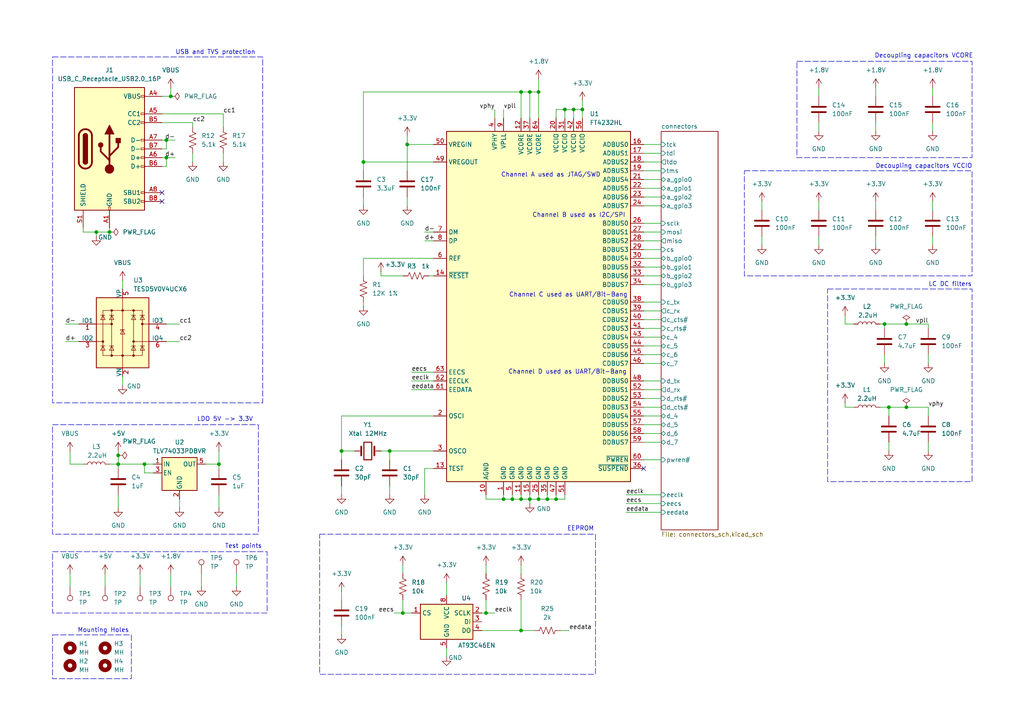
<source format=kicad_sch>
(kicad_sch (version 20250114) (generator "eeschema") (generator_version "9.0")
  (paper "A4")
  (rectangle (start 15.24 160.02) (end 77.47 177.8) (stroke (width 0) (type dash)))
  (rectangle (start 15.24 123.19) (end 74.93 154.94) (stroke (width 0) (type dash)))
  (rectangle (start 240.03 83.82) (end 281.94 139.7) (stroke (width 0) (type dash)))
  (rectangle (start 15.24 16.51) (end 76.2 116.84) (stroke (width 0) (type dash)))
  (rectangle (start 92.71 154.94) (end 172.72 195.58) (stroke (width 0) (type dash)))
  (rectangle (start 215.9 49.53) (end 281.94 80.01) (stroke (width 0) (type dash)))
  (rectangle (start 231.14 17.78) (end 281.94 45.72) (stroke (width 0) (type dash)))
  (rectangle (start 15.24 184.15) (end 38.1 196.85) (stroke (width 0) (type dash)))
  (text "Channel C used as UART/Bit-Bang" (at 164.846 85.598 0) (effects (font (size 1.27 1.27))))
  (text "LDO 5V -> 3.3V" (at 65.278 121.666 0) (effects (font (size 1.27 1.27))))
  (text "Mounting Holes" (at 29.972 182.88 0) (effects (font (size 1.27 1.27))))
  (text "Channel D used as UART/Bit-Bang" (at 164.592 107.95 0) (effects (font (size 1.27 1.27))))
  (text "Decoupling capacitors VCORE" (at 267.97 16.256 0) (effects (font (size 1.27 1.27))))
  (text "Test points" (at 70.612 158.496 0) (effects (font (size 1.27 1.27))))
  (text "Channel A used as JTAG/SWD" (at 159.766 50.8 0) (effects (font (size 1.27 1.27))))
  (text "EEPROM" (at 168.402 153.416 0) (effects (font (size 1.27 1.27))))
  (text "LC DC filters" (at 275.59 82.55 0) (effects (font (size 1.27 1.27))))
  (text "Decoupling capacitors VCCIO" (at 267.97 48.26 0) (effects (font (size 1.27 1.27))))
  (text "USB and TVS protection\n" (at 62.484 15.24 0) (effects (font (size 1.27 1.27))))
  (text "Channel B used as I2C/SPI" (at 167.894 62.484 0) (effects (font (size 1.27 1.27))))
  (junction (at 116.84 177.8))
  (junction (at 257.81 118.11))
  (junction (at 148.59 144.78))
  (junction (at 158.75 144.78))
  (junction (at 41.91 134.62))
  (junction (at 151.13 182.88))
  (junction (at 118.11 41.91))
  (junction (at 168.91 31.75))
  (junction (at 105.41 46.99))
  (junction (at 49.53 27.94))
  (junction (at 146.05 144.78))
  (junction (at 99.06 130.81))
  (junction (at 163.83 31.75))
  (junction (at 256.54 93.98))
  (junction (at 166.37 31.75))
  (junction (at 262.89 118.11))
  (junction (at 153.67 26.67))
  (junction (at 156.21 144.78))
  (junction (at 34.29 132.08))
  (junction (at 161.29 144.78))
  (junction (at 34.29 134.62))
  (junction (at 151.13 144.78))
  (junction (at 48.26 40.64))
  (junction (at 113.03 130.81))
  (junction (at 151.13 26.67))
  (junction (at 31.75 67.31))
  (junction (at 262.89 93.98))
  (junction (at 156.21 26.67))
  (junction (at 63.5 134.62))
  (junction (at 27.94 67.31))
  (junction (at 153.67 144.78))
  (junction (at 48.26 45.72))
  (junction (at 140.97 177.8))
  (no_connect (at 46.99 58.42))
  (no_connect (at 46.99 55.88))
  (no_connect (at 186.69 135.89))
  (wire (pts (xy 55.88 35.56) (xy 55.88 36.83)))
  (wire (pts (xy 139.7 177.8) (xy 140.97 177.8)))
  (wire (pts (xy 186.69 113.03) (xy 191.77 113.03)))
  (wire (pts (xy 153.67 26.67) (xy 153.67 34.29)))
  (wire (pts (xy 129.54 168.91) (xy 129.54 172.72)))
  (wire (pts (xy 34.29 143.51) (xy 34.29 147.32)))
  (wire (pts (xy 114.3 177.8) (xy 116.84 177.8)))
  (wire (pts (xy 257.81 128.27) (xy 257.81 130.81)))
  (wire (pts (xy 105.41 26.67) (xy 105.41 46.99)))
  (wire (pts (xy 27.94 67.31) (xy 27.94 68.58)))
  (wire (pts (xy 148.59 143.51) (xy 148.59 144.78)))
  (wire (pts (xy 163.83 144.78) (xy 161.29 144.78)))
  (wire (pts (xy 186.69 100.33) (xy 191.77 100.33)))
  (wire (pts (xy 116.84 177.8) (xy 116.84 173.99)))
  (wire (pts (xy 34.29 134.62) (xy 34.29 135.89)))
  (wire (pts (xy 48.26 45.72) (xy 48.26 48.26)))
  (wire (pts (xy 113.03 140.97) (xy 113.03 143.51)))
  (wire (pts (xy 146.05 144.78) (xy 146.05 143.51)))
  (wire (pts (xy 46.99 33.02) (xy 64.77 33.02)))
  (wire (pts (xy 44.45 134.62) (xy 41.91 134.62)))
  (wire (pts (xy 237.49 25.4) (xy 237.49 27.94)))
  (wire (pts (xy 186.69 87.63) (xy 191.77 87.63)))
  (wire (pts (xy 186.69 54.61) (xy 191.77 54.61)))
  (wire (pts (xy 140.97 177.8) (xy 140.97 173.99)))
  (wire (pts (xy 186.69 44.45) (xy 191.77 44.45)))
  (wire (pts (xy 105.41 74.93) (xy 105.41 80.01)))
  (wire (pts (xy 186.69 110.49) (xy 191.77 110.49)))
  (wire (pts (xy 118.11 57.15) (xy 118.11 59.69)))
  (wire (pts (xy 99.06 140.97) (xy 99.06 143.51)))
  (wire (pts (xy 186.69 97.79) (xy 191.77 97.79)))
  (wire (pts (xy 270.51 58.42) (xy 270.51 60.96)))
  (wire (pts (xy 99.06 130.81) (xy 102.87 130.81)))
  (wire (pts (xy 270.51 35.56) (xy 270.51 38.1)))
  (wire (pts (xy 256.54 102.87) (xy 256.54 105.41)))
  (wire (pts (xy 30.48 166.37) (xy 30.48 170.18)))
  (wire (pts (xy 186.69 57.15) (xy 191.77 57.15)))
  (wire (pts (xy 49.53 166.37) (xy 49.53 170.18)))
  (wire (pts (xy 254 35.56) (xy 254 38.1)))
  (wire (pts (xy 105.41 46.99) (xy 125.73 46.99)))
  (wire (pts (xy 237.49 35.56) (xy 237.49 38.1)))
  (wire (pts (xy 156.21 143.51) (xy 156.21 144.78)))
  (wire (pts (xy 125.73 120.65) (xy 99.06 120.65)))
  (wire (pts (xy 186.69 52.07) (xy 191.77 52.07)))
  (wire (pts (xy 186.69 72.39) (xy 191.77 72.39)))
  (wire (pts (xy 186.69 77.47) (xy 191.77 77.47)))
  (wire (pts (xy 140.97 163.83) (xy 140.97 166.37)))
  (wire (pts (xy 186.69 41.91) (xy 191.77 41.91)))
  (wire (pts (xy 123.19 135.89) (xy 123.19 143.51)))
  (wire (pts (xy 48.26 40.64) (xy 50.8 40.64)))
  (wire (pts (xy 63.5 143.51) (xy 63.5 147.32)))
  (wire (pts (xy 48.26 45.72) (xy 50.8 45.72)))
  (wire (pts (xy 20.32 134.62) (xy 24.13 134.62)))
  (wire (pts (xy 181.61 146.05) (xy 191.77 146.05)))
  (wire (pts (xy 41.91 137.16) (xy 44.45 137.16)))
  (wire (pts (xy 148.59 144.78) (xy 146.05 144.78)))
  (wire (pts (xy 34.29 132.08) (xy 34.29 134.62)))
  (wire (pts (xy 247.65 118.11) (xy 245.11 118.11)))
  (wire (pts (xy 237.49 68.58) (xy 237.49 71.12)))
  (wire (pts (xy 186.69 69.85) (xy 191.77 69.85)))
  (wire (pts (xy 186.69 123.19) (xy 191.77 123.19)))
  (wire (pts (xy 151.13 26.67) (xy 153.67 26.67)))
  (wire (pts (xy 116.84 163.83) (xy 116.84 166.37)))
  (wire (pts (xy 19.05 93.98) (xy 22.86 93.98)))
  (wire (pts (xy 68.58 166.37) (xy 68.58 170.18)))
  (wire (pts (xy 58.42 166.37) (xy 58.42 170.18)))
  (wire (pts (xy 270.51 25.4) (xy 270.51 27.94)))
  (wire (pts (xy 129.54 187.96) (xy 129.54 190.5)))
  (wire (pts (xy 41.91 134.62) (xy 34.29 134.62)))
  (wire (pts (xy 153.67 143.51) (xy 153.67 144.78)))
  (wire (pts (xy 156.21 144.78) (xy 153.67 144.78)))
  (wire (pts (xy 64.77 33.02) (xy 64.77 36.83)))
  (wire (pts (xy 161.29 143.51) (xy 161.29 144.78)))
  (wire (pts (xy 186.69 115.57) (xy 191.77 115.57)))
  (wire (pts (xy 186.69 74.93) (xy 191.77 74.93)))
  (wire (pts (xy 20.32 130.81) (xy 20.32 134.62)))
  (wire (pts (xy 118.11 41.91) (xy 118.11 39.37)))
  (wire (pts (xy 140.97 143.51) (xy 140.97 144.78)))
  (wire (pts (xy 20.32 166.37) (xy 20.32 170.18)))
  (wire (pts (xy 186.69 80.01) (xy 191.77 80.01)))
  (wire (pts (xy 156.21 22.86) (xy 156.21 26.67)))
  (wire (pts (xy 186.69 105.41) (xy 191.77 105.41)))
  (wire (pts (xy 181.61 148.59) (xy 191.77 148.59)))
  (wire (pts (xy 255.27 93.98) (xy 256.54 93.98)))
  (wire (pts (xy 158.75 143.51) (xy 158.75 144.78)))
  (wire (pts (xy 105.41 49.53) (xy 105.41 46.99)))
  (wire (pts (xy 186.69 125.73) (xy 191.77 125.73)))
  (wire (pts (xy 55.88 44.45) (xy 55.88 46.99)))
  (wire (pts (xy 186.69 59.69) (xy 191.77 59.69)))
  (wire (pts (xy 254 58.42) (xy 254 60.96)))
  (wire (pts (xy 63.5 134.62) (xy 63.5 135.89)))
  (wire (pts (xy 156.21 26.67) (xy 156.21 34.29)))
  (wire (pts (xy 46.99 40.64) (xy 48.26 40.64)))
  (wire (pts (xy 158.75 144.78) (xy 156.21 144.78)))
  (wire (pts (xy 125.73 135.89) (xy 123.19 135.89)))
  (wire (pts (xy 245.11 91.44) (xy 245.11 93.98)))
  (wire (pts (xy 168.91 31.75) (xy 168.91 34.29)))
  (wire (pts (xy 125.73 130.81) (xy 113.03 130.81)))
  (wire (pts (xy 256.54 93.98) (xy 262.89 93.98)))
  (wire (pts (xy 220.98 68.58) (xy 220.98 71.12)))
  (wire (pts (xy 161.29 34.29) (xy 161.29 31.75)))
  (wire (pts (xy 254 25.4) (xy 254 27.94)))
  (wire (pts (xy 140.97 177.8) (xy 143.51 177.8)))
  (wire (pts (xy 64.77 44.45) (xy 64.77 46.99)))
  (wire (pts (xy 186.69 120.65) (xy 191.77 120.65)))
  (wire (pts (xy 24.13 66.04) (xy 24.13 67.31)))
  (wire (pts (xy 269.24 128.27) (xy 269.24 130.81)))
  (wire (pts (xy 186.69 95.25) (xy 191.77 95.25)))
  (wire (pts (xy 254 68.58) (xy 254 71.12)))
  (wire (pts (xy 24.13 67.31) (xy 27.94 67.31)))
  (wire (pts (xy 105.41 26.67) (xy 151.13 26.67)))
  (wire (pts (xy 119.38 177.8) (xy 116.84 177.8)))
  (wire (pts (xy 59.69 134.62) (xy 63.5 134.62)))
  (wire (pts (xy 161.29 144.78) (xy 158.75 144.78)))
  (wire (pts (xy 186.69 92.71) (xy 191.77 92.71)))
  (wire (pts (xy 151.13 143.51) (xy 151.13 144.78)))
  (wire (pts (xy 123.19 67.31) (xy 125.73 67.31)))
  (wire (pts (xy 113.03 130.81) (xy 113.03 133.35)))
  (wire (pts (xy 118.11 41.91) (xy 125.73 41.91)))
  (wire (pts (xy 119.38 110.49) (xy 125.73 110.49)))
  (wire (pts (xy 166.37 31.75) (xy 166.37 34.29)))
  (wire (pts (xy 257.81 118.11) (xy 262.89 118.11)))
  (wire (pts (xy 35.56 109.22) (xy 35.56 111.76)))
  (wire (pts (xy 262.89 93.98) (xy 269.24 93.98)))
  (wire (pts (xy 46.99 35.56) (xy 55.88 35.56)))
  (wire (pts (xy 48.26 93.98) (xy 52.07 93.98)))
  (wire (pts (xy 186.69 133.35) (xy 191.77 133.35)))
  (wire (pts (xy 27.94 67.31) (xy 31.75 67.31)))
  (wire (pts (xy 99.06 171.45) (xy 99.06 173.99)))
  (wire (pts (xy 123.19 69.85) (xy 125.73 69.85)))
  (wire (pts (xy 163.83 143.51) (xy 163.83 144.78)))
  (wire (pts (xy 163.83 31.75) (xy 166.37 31.75)))
  (wire (pts (xy 46.99 48.26) (xy 48.26 48.26)))
  (wire (pts (xy 35.56 81.28) (xy 35.56 83.82)))
  (wire (pts (xy 153.67 144.78) (xy 151.13 144.78)))
  (wire (pts (xy 269.24 93.98) (xy 269.24 95.25)))
  (wire (pts (xy 186.69 46.99) (xy 191.77 46.99)))
  (wire (pts (xy 270.51 68.58) (xy 270.51 71.12)))
  (wire (pts (xy 186.69 90.17) (xy 191.77 90.17)))
  (wire (pts (xy 262.89 118.11) (xy 269.24 118.11)))
  (wire (pts (xy 34.29 130.81) (xy 34.29 132.08)))
  (wire (pts (xy 146.05 31.75) (xy 146.05 34.29)))
  (wire (pts (xy 151.13 26.67) (xy 151.13 34.29)))
  (wire (pts (xy 255.27 118.11) (xy 257.81 118.11)))
  (wire (pts (xy 257.81 118.11) (xy 257.81 120.65)))
  (wire (pts (xy 247.65 93.98) (xy 245.11 93.98)))
  (wire (pts (xy 269.24 102.87) (xy 269.24 105.41)))
  (wire (pts (xy 110.49 130.81) (xy 113.03 130.81)))
  (wire (pts (xy 19.05 99.06) (xy 22.86 99.06)))
  (wire (pts (xy 119.38 113.03) (xy 125.73 113.03)))
  (wire (pts (xy 116.84 80.01) (xy 110.49 80.01)))
  (wire (pts (xy 186.69 67.31) (xy 191.77 67.31)))
  (wire (pts (xy 48.26 99.06) (xy 52.07 99.06)))
  (wire (pts (xy 49.53 27.94) (xy 49.53 25.4)))
  (wire (pts (xy 139.7 182.88) (xy 151.13 182.88)))
  (wire (pts (xy 163.83 31.75) (xy 163.83 34.29)))
  (wire (pts (xy 110.49 78.74) (xy 110.49 80.01)))
  (wire (pts (xy 186.69 102.87) (xy 191.77 102.87)))
  (wire (pts (xy 118.11 41.91) (xy 118.11 49.53)))
  (wire (pts (xy 99.06 130.81) (xy 99.06 133.35)))
  (wire (pts (xy 46.99 27.94) (xy 49.53 27.94)))
  (wire (pts (xy 186.69 64.77) (xy 191.77 64.77)))
  (wire (pts (xy 186.69 49.53) (xy 191.77 49.53)))
  (wire (pts (xy 168.91 29.21) (xy 168.91 31.75)))
  (wire (pts (xy 41.91 134.62) (xy 41.91 137.16)))
  (wire (pts (xy 162.56 182.88) (xy 165.1 182.88)))
  (wire (pts (xy 46.99 45.72) (xy 48.26 45.72)))
  (wire (pts (xy 52.07 144.78) (xy 52.07 147.32)))
  (wire (pts (xy 153.67 144.78) (xy 153.67 146.05)))
  (wire (pts (xy 48.26 40.64) (xy 48.26 43.18)))
  (wire (pts (xy 31.75 66.04) (xy 31.75 67.31)))
  (wire (pts (xy 245.11 116.84) (xy 245.11 118.11)))
  (wire (pts (xy 124.46 80.01) (xy 125.73 80.01)))
  (wire (pts (xy 40.64 166.37) (xy 40.64 170.18)))
  (wire (pts (xy 256.54 93.98) (xy 256.54 95.25)))
  (wire (pts (xy 269.24 118.11) (xy 269.24 120.65)))
  (wire (pts (xy 151.13 173.99) (xy 151.13 182.88)))
  (wire (pts (xy 166.37 31.75) (xy 168.91 31.75)))
  (wire (pts (xy 186.69 82.55) (xy 191.77 82.55)))
  (wire (pts (xy 105.41 57.15) (xy 105.41 59.69)))
  (wire (pts (xy 186.69 128.27) (xy 191.77 128.27)))
  (wire (pts (xy 151.13 182.88) (xy 154.94 182.88)))
  (wire (pts (xy 119.38 107.95) (xy 125.73 107.95)))
  (wire (pts (xy 140.97 144.78) (xy 146.05 144.78)))
  (wire (pts (xy 151.13 163.83) (xy 151.13 166.37)))
  (wire (pts (xy 105.41 87.63) (xy 105.41 88.9)))
  (wire (pts (xy 143.51 31.75) (xy 143.51 34.29)))
  (wire (pts (xy 48.26 43.18) (xy 46.99 43.18)))
  (wire (pts (xy 237.49 58.42) (xy 237.49 60.96)))
  (wire (pts (xy 63.5 130.81) (xy 63.5 134.62)))
  (wire (pts (xy 186.69 118.11) (xy 191.77 118.11)))
  (wire (pts (xy 99.06 181.61) (xy 99.06 184.15)))
  (wire (pts (xy 151.13 144.78) (xy 148.59 144.78)))
  (wire (pts (xy 153.67 26.67) (xy 156.21 26.67)))
  (wire (pts (xy 161.29 31.75) (xy 163.83 31.75)))
  (wire (pts (xy 220.98 58.42) (xy 220.98 60.96)))
  (wire (pts (xy 181.61 143.51) (xy 191.77 143.51)))
  (wire (pts (xy 105.41 74.93) (xy 125.73 74.93)))
  (wire (pts (xy 31.75 134.62) (xy 34.29 134.62)))
  (wire (pts (xy 99.06 120.65) (xy 99.06 130.81)))
  (label "cc2" (at 55.88 35.56 0))
  (label "vpll" (at 269.24 93.98 180))
  (label "vphy" (at 269.24 118.11 0))
  (label "d-" (at 19.05 93.98 0))
  (label "cc1" (at 64.77 33.02 0))
  (label "d+" (at 50.8 45.72 180))
  (label "d-" (at 50.8 40.64 180))
  (label "eedata" (at 119.38 113.03 0))
  (label "cc1" (at 52.07 93.98 0))
  (label "eecs" (at 119.38 107.95 0))
  (label "eeclk" (at 181.61 143.51 0))
  (label "vphy" (at 143.51 31.75 180))
  (label "eeclk" (at 143.51 177.8 0))
  (label "eecs" (at 114.3 177.8 180))
  (label "eedata" (at 165.1 182.88 0))
  (label "eeclk" (at 119.38 110.49 0))
  (label "vpll" (at 146.05 31.75 0))
  (label "cc2" (at 52.07 99.06 0))
  (label "d-" (at 123.19 67.31 0))
  (label "d+" (at 19.05 99.06 0))
  (label "eecs" (at 181.61 146.05 0))
  (label "d+" (at 123.19 69.85 0))
  (label "eedata" (at 181.61 148.59 0))
  (symbol (lib_id "power:GND") (at 99.06 184.15 0) (unit 1)
    (property "Reference" "#PWR076" (effects (hide yes)))
    (property "Value" "GND" (at 99.06 189.23 0))
    (property "Description" "Power symbol creates a global label with name \"GND\" , ground" (effects (hide yes)))
  )
  (symbol (lib_id "Device:L") (at 251.46 93.98 90) (unit 1)
    (property "Reference" "L2" (at 251.46 88.9 90))
    (property "Value" "2.2uH" (at 251.714 91.44 90))
    (property "Datasheet" "https://www.passivecomponent.com/wp-content/uploads/inductor/WLFM_C.pdf" (effects (hide yes)))
    (property "Description" "+-20% 900mA" (effects (hide yes)))
    (property "DigiKey" "https://www.digikey.com/en/products/detail/walsin-technology-corporation/WLFM201209M2R2PC/14563839" (effects (hide yes)))
    (property "DigiKey P/N" "1292-WLFM201209M2R2PCCT-ND" (effects (hide yes)))
    (property "Mfr." "Walsin Technology Corporation" (effects (hide yes)))
    (property "Mfr. P/N" "WLFM201209M2R2PC" (effects (hide yes)))
  )
  (symbol (lib_id "power:GND") (at 64.77 46.99 0) (unit 1)
    (property "Reference" "#PWR057" (effects (hide yes)))
    (property "Value" "GND" (at 64.77 52.07 0))
    (property "Description" "Power symbol creates a global label with name \"GND\" , ground" (effects (hide yes)))
  )
  (symbol (lib_id "power:+3.3V") (at 63.5 130.81 0) (unit 1)
    (property "Reference" "#PWR013" (effects (hide yes)))
    (property "Value" "+3.3V" (at 63.5 125.73 0))
    (property "Description" "Power symbol creates a global label with name \"+3.3V\"" (effects (hide yes)))
  )
  (symbol (lib_id "power:GND") (at 270.51 71.12 0) (unit 1)
    (property "Reference" "#PWR024" (effects (hide yes)))
    (property "Value" "GND" (at 270.51 76.2 0))
    (property "Description" "Power symbol creates a global label with name \"GND\" , ground" (effects (hide yes)))
  )
  (symbol (lib_id "power:+3.3V") (at 237.49 58.42 0) (unit 1)
    (property "Reference" "#PWR026" (effects (hide yes)))
    (property "Value" "+3.3V" (at 237.49 53.34 0))
    (property "Description" "Power symbol creates a global label with name \"+3.3V\"" (effects (hide yes)))
  )
  (symbol (lib_id "power:GND") (at 129.54 190.5 0) (unit 1)
    (property "Reference" "#PWR080" (effects (hide yes)))
    (property "Value" "GND" (at 132.08 190.754 0))
    (property "Description" "Power symbol creates a global label with name \"GND\" , ground" (effects (hide yes)))
  )
  (symbol (lib_id "power:+3.3V") (at 40.64 166.37 0) (unit 1)
    (property "Reference" "#PWR063" (effects (hide yes)))
    (property "Value" "+3.3V" (at 40.64 161.29 0))
    (property "Description" "Power symbol creates a global label with name \"+3.3V\"" (effects (hide yes)))
  )
  (symbol (lib_id "Device:C") (at 256.54 99.06 0) (unit 1)
    (property "Reference" "C7" (at 260.35 97.7899 0) (effects (justify left)))
    (property "Value" "4.7uF" (at 260.35 100.3299 0) (effects (justify left)))
    (property "Description" "Unpolarized capacitor" (effects (hide yes)))
  )
  (symbol (lib_id "power:PWR_FLAG") (at 262.89 93.98 0) (unit 1)
    (property "Reference" "#FLG03" (effects (hide yes)))
    (property "Value" "PWR_FLAG" (at 262.89 88.9 0))
    (property "Description" "Special symbol for telling ERC where power comes from" (effects (hide yes)))
  )
  (symbol (lib_id "power:GND") (at 34.29 147.32 0) (unit 1)
    (property "Reference" "#PWR08" (effects (hide yes)))
    (property "Value" "GND" (at 34.29 152.4 0))
    (property "Description" "Power symbol creates a global label with name \"GND\" , ground" (effects (hide yes)))
  )
  (symbol (lib_id "power:+3.3V") (at 116.84 163.83 0) (unit 1)
    (property "Reference" "#PWR074" (effects (hide yes)))
    (property "Value" "+3.3V" (at 116.84 158.75 0))
    (property "Description" "Power symbol creates a global label with name \"+3.3V\"" (effects (hide yes)))
  )
  (symbol (lib_id "power:+3.3V") (at 140.97 163.83 0) (unit 1)
    (property "Reference" "#PWR078" (effects (hide yes)))
    (property "Value" "+3.3V" (at 140.97 158.75 0))
    (property "Description" "Power symbol creates a global label with name \"+3.3V\"" (effects (hide yes)))
  )
  (symbol (lib_id "power:GND") (at 257.81 130.81 0) (unit 1)
    (property "Reference" "#PWR015" (effects (hide yes)))
    (property "Value" "GND" (at 257.81 135.89 0))
    (property "Description" "Power symbol creates a global label with name \"GND\" , ground" (effects (hide yes)))
  )
  (symbol (lib_id "Connector:TestPoint") (at 68.58 166.37 0) (unit 1)
    (property "Reference" "TP6" (at 71.12 161.7979 0) (effects (justify left)))
    (property "Value" "TP" (at 71.12 164.3379 0) (effects (justify left)))
    (property "Description" "test point" (effects (hide yes)))
  )
  (symbol (lib_id "power:+3.3V") (at 156.21 22.86 0) (unit 1)
    (property "Reference" "#PWR036" (effects (hide yes)))
    (property "Value" "+1.8V" (at 156.21 17.78 0))
    (property "Description" "Power symbol creates a global label with name \"+3.3V\"" (effects (hide yes)))
  )
  (symbol (lib_id "power:GND") (at 113.03 143.51 0) (unit 1)
    (property "Reference" "#PWR03" (effects (hide yes)))
    (property "Value" "GND" (at 113.03 148.59 0))
    (property "Description" "Power symbol creates a global label with name \"GND\" , ground" (effects (hide yes)))
  )
  (symbol (lib_id "power:GND") (at 269.24 105.41 0) (unit 1)
    (property "Reference" "#PWR017" (effects (hide yes)))
    (property "Value" "GND" (at 269.24 110.49 0))
    (property "Description" "Power symbol creates a global label with name \"GND\" , ground" (effects (hide yes)))
  )
  (symbol (lib_id "Device:R_US") (at 140.97 170.18 0) (unit 1)
    (property "Reference" "R19" (at 143.51 168.9099 0) (effects (justify left)))
    (property "Value" "10k" (at 143.51 171.4499 0) (effects (justify left)))
    (property "Description" "Resistor, US symbol" (effects (hide yes)))
  )
  (symbol (lib_id "Device:C") (at 257.81 124.46 0) (unit 1)
    (property "Reference" "C6" (at 261.62 123.1899 0) (effects (justify left)))
    (property "Value" "4.7uF" (at 261.62 125.7299 0) (effects (justify left)))
    (property "Description" "Unpolarized capacitor" (effects (hide yes)))
  )
  (symbol (lib_id "Device:R_US") (at 105.41 83.82 0) (unit 1)
    (property "Reference" "R1" (at 107.95 82.5499 0) (effects (justify left)))
    (property "Value" "12K 1%" (at 107.95 85.0899 0) (effects (justify left)))
    (property "Description" "Resistor, US symbol" (effects (hide yes)))
  )
  (symbol (lib_id "Device:L") (at 27.94 134.62 90) (unit 1)
    (property "Reference" "L3" (at 27.94 129.54 90))
    (property "Value" "2.2uH" (at 28.194 132.08 90))
    (property "Datasheet" "https://www.passivecomponent.com/wp-content/uploads/inductor/WLFM_C.pdf" (effects (hide yes)))
    (property "Description" "+-20% 900mA" (effects (hide yes)))
    (property "DigiKey" "https://www.digikey.com/en/products/detail/walsin-technology-corporation/WLFM201209M2R2PC/14563839" (effects (hide yes)))
    (property "DigiKey P/N" "1292-WLFM201209M2R2PCCT-ND" (effects (hide yes)))
    (property "Mfr." "Walsin Technology Corporation" (effects (hide yes)))
    (property "Mfr. P/N" "WLFM201209M2R2PC" (effects (hide yes)))
  )
  (symbol (lib_id "Power_Protection:CDSOT236-0504C") (at 35.56 96.52 0) (unit 1)
    (property "Reference" "U3" (at 38.6781 81.28 0) (effects (justify left)))
    (property "Value" "TESD5V0V4UCX6" (at 38.6781 83.82 0) (effects (justify left)))
    (property "Footprint" "Package_TO_SOT_SMD:SOT-23-6" (effects (hide yes)))
    (property "Datasheet" "https://services.taiwansemi.com/storage/resources/datasheet/TESD5V0V4UCX6_B2003.pdf" (effects (hide yes)))
    (property "Description" "TVS DIODE 5VWM 15VC SOT26" (effects (hide yes)))
    (property "DigiKey" "https://www.digikey.com/en/products/detail/taiwan-semiconductor-corporation/TESD5V0V4UCX6-RFG/7623393" (effects (hide yes)))
    (property "DigiKey P/N" "TESD5V0V4UCX6RFGCT-ND" (effects (hide yes)))
    (property "Mfr." "Taiwan Semiconductor Corporation" (effects (hide yes)))
    (property "Mfr. P/N" "TESD5V0V4UCX6 RFG" (effects (hide yes)))
  )
  (symbol (lib_id "Connector:USB_C_Receptacle_USB2.0_16P") (at 31.75 43.18 0) (unit 1)
    (property "Reference" "J1" (at 31.75 20.32 0))
    (property "Value" "USB_C_Receptacle_USB2.0_16P" (at 31.75 22.86 0))
    (property "Datasheet" "https://cdn.amphenol-cs.com/media/wysiwyg/files/documentation/datasheet/inputoutput/io_usb_2_0_type_c_lite.pdf" (effects (hide yes)))
    (property "Description" "USB-C (USB TYPE-C) USB 2.0 Receptacle Connector 24 (16+8 Dummy) Position Surface Mount, Right Angle" (effects (hide yes)))
    (property "DigiKey" "https://www.digikey.com/en/products/detail/amphenol-cs-commercial-products/GSB1C4621DS2HR/21623840" (effects (hide yes)))
    (property "DigiKey P/N" "664-GSB1C4621DS2HRCT-ND" (effects (hide yes)))
    (property "Mfr." "Amphenol ICC (Commercial Products)" (effects (hide yes)))
    (property "Mfr. P/N" "GSB1C4621DS2HR" (effects (hide yes)))
  )
  (symbol (lib_id "power:GND") (at 256.54 105.41 0) (unit 1)
    (property "Reference" "#PWR018" (effects (hide yes)))
    (property "Value" "GND" (at 256.54 110.49 0))
    (property "Description" "Power symbol creates a global label with name \"GND\" , ground" (effects (hide yes)))
  )
  (symbol (lib_id "Device:C") (at 63.5 139.7 0) (unit 1)
    (property "Reference" "C5" (at 67.31 138.4299 0) (effects (justify left)))
    (property "Value" "1uF" (at 67.31 140.9699 0) (effects (justify left)))
    (property "Description" "Unpolarized capacitor" (effects (hide yes)))
  )
  (symbol (lib_id "Device:R_US") (at 151.13 170.18 0) (unit 1)
    (property "Reference" "R20" (at 153.67 168.9099 0) (effects (justify left)))
    (property "Value" "10k" (at 153.67 171.4499 0) (effects (justify left)))
    (property "Description" "Resistor, US symbol" (effects (hide yes)))
  )
  (symbol (lib_id "Device:Crystal") (at 106.68 130.81 180) (unit 1)
    (property "Reference" "Y1" (at 106.68 123.19 0))
    (property "Value" "Xtal 12MHz" (at 106.68 125.73 0))
    (property "Footprint" "cotti_probe:XTAL_12MHZ" (effects (hide yes)))
    (property "Datasheet" "https://ar.mouser.com/datasheet/3/184/1/ABLS.pdf" (effects (hide yes)))
    (property "Description" "Two pin crystal" (effects (hide yes)))
    (property "Mfr. P/N" "ABLS-12.000MHz-20-B4Y-T" (effects (hide yes)))
    (property "Mfr." "ABRACON" (effects (hide yes)))
    (property "DigiKey" "https://ar.mouser.com/ProductDetail/ABRACON/ABLS-12.000MHz-20-B4Y-T?qs=vLWxofP3U2zUxeVj3NIusQ%3D%3D" (effects (hide yes)))
    (property "DigiKey P/N" "815-LS12000MHZ20B4YT" (effects (hide yes)))
  )
  (symbol (lib_id "Device:C") (at 270.51 64.77 0) (unit 1)
    (property "Reference" "C13" (at 274.32 63.4999 0) (effects (justify left)))
    (property "Value" "100nF" (at 274.32 66.0399 0) (effects (justify left)))
    (property "Description" "Unpolarized capacitor" (effects (hide yes)))
  )
  (symbol (lib_id "Connector:TestPoint") (at 40.64 170.18 180) (unit 1)
    (property "Reference" "TP3" (at 43.18 172.2119 0) (effects (justify right)))
    (property "Value" "TP" (at 43.18 174.7519 0) (effects (justify right)))
    (property "Description" "test point" (effects (hide yes)))
  )
  (symbol (lib_id "power:+3.3V") (at 254 25.4 0) (unit 1)
    (property "Reference" "#PWR031" (effects (hide yes)))
    (property "Value" "+1.8V" (at 254 20.32 0))
    (property "Description" "Power symbol creates a global label with name \"+3.3V\"" (effects (hide yes)))
  )
  (symbol (lib_id "power:VBUS") (at 20.32 166.37 0) (unit 1)
    (property "Reference" "#PWR061" (effects (hide yes)))
    (property "Value" "VBUS" (at 20.32 161.29 0))
    (property "Description" "Power symbol creates a global label with name \"VBUS\"" (effects (hide yes)))
  )
  (symbol (lib_id "power:GND") (at 99.06 143.51 0) (unit 1)
    (property "Reference" "#PWR02" (effects (hide yes)))
    (property "Value" "GND" (at 99.06 148.59 0))
    (property "Description" "Power symbol creates a global label with name \"GND\" , ground" (effects (hide yes)))
  )
  (symbol (lib_id "power:+3.3V") (at 270.51 25.4 0) (unit 1)
    (property "Reference" "#PWR032" (effects (hide yes)))
    (property "Value" "+1.8V" (at 270.51 20.32 0))
    (property "Description" "Power symbol creates a global label with name \"+3.3V\"" (effects (hide yes)))
  )
  (symbol (lib_id "power:+5V") (at 34.29 130.81 0) (unit 1)
    (property "Reference" "#PWR037" (effects (hide yes)))
    (property "Value" "+5V" (at 34.29 125.73 0))
    (property "Description" "Power symbol creates a global label with name \"+5V\"" (effects (hide yes)))
  )
  (symbol (lib_id "Device:C") (at 237.49 64.77 0) (unit 1)
    (property "Reference" "C11" (at 241.3 63.4999 0) (effects (justify left)))
    (property "Value" "100nF" (at 241.3 66.0399 0) (effects (justify left)))
    (property "Description" "Unpolarized capacitor" (effects (hide yes)))
  )
  (symbol (lib_id "Device:C") (at 99.06 137.16 0) (unit 1)
    (property "Reference" "C2" (at 102.87 135.8899 0) (effects (justify left)))
    (property "Value" "30pF" (at 102.87 138.4299 0) (effects (justify left)))
    (property "Footprint" "Capacitor_SMD:C_0805_2012Metric_Pad1.18x1.45mm_HandSolder" (effects (hide yes)))
    (property "Datasheet" "https://ar.mouser.com/datasheet/3/72/1/KEM_C1007_X8R_ULTRA_150C_SMD.pdf" (effects (hide yes)))
    (property "Description" "X8R 0805 5% 16V" (effects (hide yes)))
    (property "Mfr. P/N" "C0805C300J4HACTU" (effects (hide yes)))
    (property "Mfr." "KEMET" (effects (hide yes)))
    (property "DigiKey" "https://ar.mouser.com/ProductDetail/KEMET/C0805C300J4HACTU?qs=W0yvOO0ixfGVPBbNKrBu2w%3D%3D" (effects (hide yes)))
    (property "DigiKey P/N" "80-C0805C300J4HACTU " (effects (hide yes)))
  )
  (symbol (lib_id "power:GND") (at 123.19 143.51 0) (unit 1)
    (property "Reference" "#PWR010" (effects (hide yes)))
    (property "Value" "GND" (at 123.19 148.59 0))
    (property "Description" "Power symbol creates a global label with name \"GND\" , ground" (effects (hide yes)))
  )
  (symbol (lib_id "power:+3.3V") (at 99.06 171.45 0) (unit 1)
    (property "Reference" "#PWR075" (effects (hide yes)))
    (property "Value" "+3.3V" (at 99.06 166.37 0))
    (property "Description" "Power symbol creates a global label with name \"+3.3V\"" (effects (hide yes)))
  )
  (symbol (lib_id "power:+3.3V") (at 270.51 58.42 0) (unit 1)
    (property "Reference" "#PWR028" (effects (hide yes)))
    (property "Value" "+3.3V" (at 270.51 53.34 0))
    (property "Description" "Power symbol creates a global label with name \"+3.3V\"" (effects (hide yes)))
  )
  (symbol (lib_id "power:PWR_FLAG") (at 262.89 118.11 0) (unit 1)
    (property "Reference" "#FLG04" (effects (hide yes)))
    (property "Value" "PWR_FLAG" (at 262.89 113.03 0))
    (property "Description" "Special symbol for telling ERC where power comes from" (effects (hide yes)))
  )
  (symbol (lib_id "power:PWR_FLAG") (at 34.29 132.08 270) (unit 1)
    (property "Reference" "#FLG05" (effects (hide yes)))
    (property "Value" "PWR_FLAG" (at 35.56 128.016 90) (effects (justify left)))
    (property "Description" "Special symbol for telling ERC where power comes from" (effects (hide yes)))
  )
  (symbol (lib_id "power:+3.3V") (at 168.91 29.21 0) (unit 1)
    (property "Reference" "#PWR029" (effects (hide yes)))
    (property "Value" "+3.3V" (at 168.91 24.13 0))
    (property "Description" "Power symbol creates a global label with name \"+3.3V\"" (effects (hide yes)))
  )
  (symbol (lib_id "Device:C") (at 270.51 31.75 0) (unit 1)
    (property "Reference" "C16" (at 274.32 30.4799 0) (effects (justify left)))
    (property "Value" "100nF" (at 274.32 33.0199 0) (effects (justify left)))
    (property "Description" "Unpolarized capacitor" (effects (hide yes)))
  )
  (symbol (lib_id "power:+5V") (at 30.48 166.37 0) (unit 1)
    (property "Reference" "#PWR062" (effects (hide yes)))
    (property "Value" "+5V" (at 30.48 161.29 0))
    (property "Description" "Power symbol creates a global label with name \"+5V\"" (effects (hide yes)))
  )
  (symbol (lib_id "power:VBUS") (at 35.56 81.28 0) (unit 1)
    (property "Reference" "#PWR060" (effects (hide yes)))
    (property "Value" "VBUS" (at 35.56 76.2 0))
    (property "Description" "Power symbol creates a global label with name \"VBUS\"" (effects (hide yes)))
  )
  (symbol (lib_id "Device:C") (at 220.98 64.77 0) (unit 1)
    (property "Reference" "C10" (at 224.79 63.4999 0) (effects (justify left)))
    (property "Value" "100nF" (at 224.79 66.0399 0) (effects (justify left)))
    (property "Description" "Unpolarized capacitor" (effects (hide yes)))
  )
  (symbol (lib_id "Mechanical:MountingHole") (at 30.48 193.04 0) (unit 1) (in_bom no)
    (property "Reference" "H4" (at 33.02 191.7699 0) (effects (justify left)))
    (property "Value" "MH" (at 33.02 194.3099 0) (effects (justify left)))
    (property "Description" "Mounting Hole without connection" (effects (hide yes)))
  )
  (symbol (lib_id "power:+3.3V") (at 245.11 91.44 0) (unit 1)
    (property "Reference" "#PWR019" (effects (hide yes)))
    (property "Value" "+3.3V" (at 245.11 86.36 0))
    (property "Description" "Power symbol creates a global label with name \"+3.3V\"" (effects (hide yes)))
  )
  (symbol (lib_id "power:GND") (at 153.67 146.05 0) (unit 1)
    (property "Reference" "#PWR01" (effects (hide yes)))
    (property "Value" "GND" (at 157.734 147.574 0))
    (property "Description" "Power symbol creates a global label with name \"GND\" , ground" (effects (hide yes)))
  )
  (symbol (lib_id "power:+3.3V") (at 220.98 58.42 0) (unit 1)
    (property "Reference" "#PWR025" (effects (hide yes)))
    (property "Value" "+3.3V" (at 220.98 53.34 0))
    (property "Description" "Power symbol creates a global label with name \"+3.3V\"" (effects (hide yes)))
  )
  (symbol (lib_id "Device:C") (at 105.41 53.34 0) (unit 1)
    (property "Reference" "C3" (at 109.22 52.0699 0) (effects (justify left)))
    (property "Value" "3.3uF" (at 109.22 54.6099 0) (effects (justify left)))
    (property "Description" "Unpolarized capacitor" (effects (hide yes)))
  )
  (symbol (lib_id "power:VBUS") (at 49.53 25.4 0) (unit 1)
    (property "Reference" "#PWR056" (effects (hide yes)))
    (property "Value" "VBUS" (at 49.53 20.32 0))
    (property "Description" "Power symbol creates a global label with name \"VBUS\"" (effects (hide yes)))
  )
  (symbol (lib_id "power:GND") (at 270.51 38.1 0) (unit 1)
    (property "Reference" "#PWR033" (effects (hide yes)))
    (property "Value" "GND" (at 270.51 43.18 0))
    (property "Description" "Power symbol creates a global label with name \"GND\" , ground" (effects (hide yes)))
  )
  (symbol (lib_id "Mechanical:MountingHole") (at 20.32 193.04 0) (unit 1) (in_bom no)
    (property "Reference" "H2" (at 22.86 191.7699 0) (effects (justify left)))
    (property "Value" "MH" (at 22.86 194.3099 0) (effects (justify left)))
    (property "Description" "Mounting Hole without connection" (effects (hide yes)))
  )
  (symbol (lib_id "Device:R_US") (at 158.75 182.88 90) (unit 1)
    (property "Reference" "R25" (at 158.75 176.53 90))
    (property "Value" "2k" (at 158.75 179.07 90))
    (property "Description" "Resistor, US symbol" (effects (hide yes)))
  )
  (symbol (lib_id "Connector:TestPoint") (at 49.53 170.18 180) (unit 1)
    (property "Reference" "TP4" (at 52.07 172.2119 0) (effects (justify right)))
    (property "Value" "TP" (at 52.07 174.7519 0) (effects (justify right)))
    (property "Description" "test point" (effects (hide yes)))
  )
  (symbol (lib_id "power:+3.3V") (at 254 58.42 0) (unit 1)
    (property "Reference" "#PWR027" (effects (hide yes)))
    (property "Value" "+3.3V" (at 254 53.34 0))
    (property "Description" "Power symbol creates a global label with name \"+3.3V\"" (effects (hide yes)))
  )
  (symbol (lib_id "power:GND") (at 220.98 71.12 0) (unit 1)
    (property "Reference" "#PWR021" (effects (hide yes)))
    (property "Value" "GND" (at 220.98 76.2 0))
    (property "Description" "Power symbol creates a global label with name \"GND\" , ground" (effects (hide yes)))
  )
  (symbol (lib_id "power:+3.3V") (at 245.11 116.84 0) (unit 1)
    (property "Reference" "#PWR020" (effects (hide yes)))
    (property "Value" "+3.3V" (at 245.11 111.76 0))
    (property "Description" "Power symbol creates a global label with name \"+3.3V\"" (effects (hide yes)))
  )
  (symbol (lib_id "power:VBUS") (at 20.32 130.81 0) (unit 1)
    (property "Reference" "#PWR059" (effects (hide yes)))
    (property "Value" "VBUS" (at 20.32 125.73 0))
    (property "Description" "Power symbol creates a global label with name \"VBUS\"" (effects (hide yes)))
  )
  (symbol (lib_id "Mechanical:MountingHole") (at 30.48 187.96 0) (unit 1) (in_bom no)
    (property "Reference" "H3" (at 33.02 186.6899 0) (effects (justify left)))
    (property "Value" "MH" (at 33.02 189.2299 0) (effects (justify left)))
    (property "Description" "Mounting Hole without connection" (effects (hide yes)))
  )
  (symbol (lib_id "Device:R_US") (at 64.77 40.64 0) (unit 1)
    (property "Reference" "R17" (at 67.31 39.3699 0) (effects (justify left)))
    (property "Value" "5.1k" (at 67.31 41.9099 0) (effects (justify left)))
    (property "Description" "Resistor, US symbol" (effects (hide yes)))
  )
  (symbol (lib_id "Device:C") (at 254 31.75 0) (unit 1)
    (property "Reference" "C15" (at 257.81 30.4799 0) (effects (justify left)))
    (property "Value" "100nF" (at 257.81 33.0199 0) (effects (justify left)))
    (property "Description" "Unpolarized capacitor" (effects (hide yes)))
  )
  (symbol (lib_id "power:PWR_FLAG") (at 31.75 67.31 270) (unit 1)
    (property "Reference" "#FLG02" (effects (hide yes)))
    (property "Value" "PWR_FLAG" (at 35.56 67.3099 90) (effects (justify left)))
    (property "Description" "Special symbol for telling ERC where power comes from" (effects (hide yes)))
  )
  (symbol (lib_id "Regulator_Linear:TLV70228_SOT23-5") (at 52.07 137.16 0) (unit 1)
    (property "Reference" "U2" (at 52.07 128.27 0))
    (property "Value" "TLV74033PDBVR" (at 52.07 130.81 0))
    (property "Footprint" "Package_TO_SOT_SMD:SOT-23-5_HandSoldering" (effects (hide yes)))
    (property "Datasheet" "http://www.ti.com/lit/ds/symlink/tlv702.pdf" (effects (hide yes)))
    (property "Description" "Linear Voltage Regulator IC Positive Fixed 1 Output 300mA SOT-23-5" (effects (hide yes)))
    (property "DigiKey" "https://www.digikey.com/en/products/detail/texas-instruments/TLV74033PDBVR/12642183" (effects (hide yes)))
    (property "DigiKey P/N" "296-TLV74033PDBVRCT-ND" (effects (hide yes)))
    (property "Mfr." "Texas Instruments" (effects (hide yes)))
    (property "Mfr. P/N" "TLV74033PDBVR" (effects (hide yes)))
  )
  (symbol (lib_id "power:GND") (at 118.11 59.69 0) (unit 1)
    (property "Reference" "#PWR039" (effects (hide yes)))
    (property "Value" "GND" (at 118.11 64.77 0))
    (property "Description" "Power symbol creates a global label with name \"GND\" , ground" (effects (hide yes)))
  )
  (symbol (lib_id "Device:R_US") (at 55.88 40.64 0) (unit 1)
    (property "Reference" "R12" (at 58.42 39.3699 0) (effects (justify left)))
    (property "Value" "5.1k" (at 58.42 41.9099 0) (effects (justify left)))
    (property "Description" "Resistor, US symbol" (effects (hide yes)))
  )
  (symbol (lib_id "power:GND") (at 254 71.12 0) (unit 1)
    (property "Reference" "#PWR023" (effects (hide yes)))
    (property "Value" "GND" (at 254 76.2 0))
    (property "Description" "Power symbol creates a global label with name \"GND\" , ground" (effects (hide yes)))
  )
  (symbol (lib_id "power:GND") (at 237.49 71.12 0) (unit 1)
    (property "Reference" "#PWR022" (effects (hide yes)))
    (property "Value" "GND" (at 237.49 76.2 0))
    (property "Description" "Power symbol creates a global label with name \"GND\" , ground" (effects (hide yes)))
  )
  (symbol (lib_id "power:GND") (at 269.24 130.81 0) (unit 1)
    (property "Reference" "#PWR016" (effects (hide yes)))
    (property "Value" "GND" (at 269.24 135.89 0))
    (property "Description" "Power symbol creates a global label with name \"GND\" , ground" (effects (hide yes)))
  )
  (symbol (lib_id "power:GND") (at 105.41 88.9 0) (unit 1)
    (property "Reference" "#PWR05" (effects (hide yes)))
    (property "Value" "GND" (at 105.41 93.98 0))
    (property "Description" "Power symbol creates a global label with name \"GND\" , ground" (effects (hide yes)))
  )
  (symbol (lib_id "Interface_USB:FT4232H") (at 156.21 90.17 0) (unit 1)
    (property "Reference" "U1" (at 171.0533 33.02 0) (effects (justify left)))
    (property "Value" "FT4232HL" (at 171.0533 35.56 0) (effects (justify left)))
    (property "Footprint" "Package_QFP:LQFP-64_10x10mm_P0.5mm" (effects (hide yes)))
    (property "Datasheet" "https://ftdichip.com/wp-content/uploads/2024/09/DS_FT4232H.pdf" (effects (hide yes)))
    (property "Description" "Hi Speed Quad Channel USB UART/FIFO, LQFP-64" (effects (hide yes)))
    (property "Mfr. P/N" "FT4232HL-REEL" (effects (hide yes)))
    (property "DigiKey" "https://www.digikey.com/en/products/detail/ftdi-future-technology-devices-international-ltd/FT4232HL-REEL/1986055" (effects (hide yes)))
    (property "DigiKey P/N" "768-1026-1-ND" (effects (hide yes)))
    (property "Mfr." "FTDI, Future Technology Devices International Ltd" (effects (hide yes)))
  )
  (symbol (lib_id "Device:C") (at 118.11 53.34 0) (unit 1)
    (property "Reference" "C17" (at 121.92 52.0699 0) (effects (justify left)))
    (property "Value" "100nF" (at 121.92 54.6099 0) (effects (justify left)))
    (property "Description" "Unpolarized capacitor" (effects (hide yes)))
  )
  (symbol (lib_id "Memory_EEPROM:93CxxB") (at 129.54 180.34 0) (unit 1)
    (property "Reference" "U4" (at 133.858 173.482 0) (effects (justify left)))
    (property "Value" "AT93C46EN" (at 132.842 187.198 0) (effects (justify left)))
    (property "Datasheet" "https://ww1.microchip.com/downloads/aemDocuments/documents/MPD/ProductDocuments/DataSheets/20006224B.pdf" (effects (hide yes)))
    (property "Description" "IC EEPROM 1KBIT 3-WIRE 8SOIC" (effects (hide yes)))
    (property "DigiKey" "https://www.digikey.com/en/products/detail/microchip-technology/AT93C46EN-SH-B/1576770" (effects (hide yes)))
    (property "DigiKey P/N" "AT93C46EN-SH-B-ND" (effects (hide yes)))
    (property "Mfr." "Microchip Technology" (effects (hide yes)))
    (property "Mfr. P/N" "AT93C46EN-SH-B" (effects (hide yes)))
  )
  (symbol (lib_id "power:+3.3V") (at 110.49 78.74 0) (unit 1)
    (property "Reference" "#PWR014" (effects (hide yes)))
    (property "Value" "+3.3V" (at 114.554 76.708 0))
    (property "Description" "Power symbol creates a global label with name \"+3.3V\"" (effects (hide yes)))
  )
  (symbol (lib_id "power:GND") (at 237.49 38.1 0) (unit 1)
    (property "Reference" "#PWR035" (effects (hide yes)))
    (property "Value" "GND" (at 237.49 43.18 0))
    (property "Description" "Power symbol creates a global label with name \"GND\" , ground" (effects (hide yes)))
  )
  (symbol (lib_id "power:GND") (at 68.58 170.18 0) (unit 1)
    (property "Reference" "#PWR066" (effects (hide yes)))
    (property "Value" "GND" (at 68.58 175.26 0))
    (property "Description" "Power symbol creates a global label with name \"GND\" , ground" (effects (hide yes)))
  )
  (symbol (lib_id "power:GND") (at 55.88 46.99 0) (unit 1)
    (property "Reference" "#PWR04" (effects (hide yes)))
    (property "Value" "GND" (at 55.88 52.07 0))
    (property "Description" "Power symbol creates a global label with name \"GND\" , ground" (effects (hide yes)))
  )
  (symbol (lib_id "power:GND") (at 27.94 68.58 0) (unit 1)
    (property "Reference" "#PWR058" (effects (hide yes)))
    (property "Value" "GND" (at 30.48 68.834 0))
    (property "Description" "Power symbol creates a global label with name \"GND\" , ground" (effects (hide yes)))
  )
  (symbol (lib_id "Connector:TestPoint") (at 58.42 166.37 0) (unit 1)
    (property "Reference" "TP5" (at 60.96 161.7979 0) (effects (justify left)))
    (property "Value" "TP" (at 60.96 164.3379 0) (effects (justify left)))
    (property "Description" "test point" (effects (hide yes)))
  )
  (symbol (lib_id "Device:C") (at 99.06 177.8 0) (unit 1)
    (property "Reference" "C19" (at 102.87 176.5299 0) (effects (justify left)))
    (property "Value" "100nF" (at 102.87 179.0699 0) (effects (justify left)))
    (property "Description" "Unpolarized capacitor" (effects (hide yes)))
  )
  (symbol (lib_id "Connector:TestPoint") (at 20.32 170.18 180) (unit 1)
    (property "Reference" "TP1" (at 22.86 172.2119 0) (effects (justify right)))
    (property "Value" "TP" (at 22.86 174.7519 0) (effects (justify right)))
    (property "Description" "test point" (effects (hide yes)))
  )
  (symbol (lib_id "Device:R_US") (at 120.65 80.01 90) (unit 1)
    (property "Reference" "R3" (at 119.38 77.216 90))
    (property "Value" "1k" (at 123.444 77.216 90))
    (property "Description" "Resistor, US symbol" (effects (hide yes)))
  )
  (symbol (lib_id "power:+3.3V") (at 151.13 163.83 0) (unit 1)
    (property "Reference" "#PWR079" (effects (hide yes)))
    (property "Value" "+3.3V" (at 151.13 158.75 0))
    (property "Description" "Power symbol creates a global label with name \"+3.3V\"" (effects (hide yes)))
  )
  (symbol (lib_id "power:+3.3V") (at 49.53 166.37 0) (unit 1)
    (property "Reference" "#PWR064" (effects (hide yes)))
    (property "Value" "+1.8V" (at 49.53 161.29 0))
    (property "Description" "Power symbol creates a global label with name \"+3.3V\"" (effects (hide yes)))
  )
  (symbol (lib_id "Device:C") (at 254 64.77 0) (unit 1)
    (property "Reference" "C12" (at 257.81 63.4999 0) (effects (justify left)))
    (property "Value" "100nF" (at 257.81 66.0399 0) (effects (justify left)))
    (property "Description" "Unpolarized capacitor" (effects (hide yes)))
  )
  (symbol (lib_id "Device:C") (at 113.03 137.16 0) (unit 1)
    (property "Reference" "C1" (at 116.84 135.8899 0) (effects (justify left)))
    (property "Value" "30pF" (at 116.84 138.4299 0) (effects (justify left)))
    (property "Footprint" "Capacitor_SMD:C_0805_2012Metric_Pad1.18x1.45mm_HandSolder" (effects (hide yes)))
    (property "Datasheet" "https://ar.mouser.com/datasheet/3/72/1/KEM_C1007_X8R_ULTRA_150C_SMD.pdf" (effects (hide yes)))
    (property "Description" "X8R 0805 5% 16V" (effects (hide yes)))
    (property "Mfr. P/N" "C0805C300J4HACTU" (effects (hide yes)))
    (property "Mfr." "KEMET" (effects (hide yes)))
    (property "DigiKey" "https://ar.mouser.com/ProductDetail/KEMET/C0805C300J4HACTU?qs=W0yvOO0ixfGVPBbNKrBu2w%3D%3D" (effects (hide yes)))
    (property "DigiKey P/N" "80-C0805C300J4HACTU " (effects (hide yes)))
  )
  (symbol (lib_id "power:GND") (at 58.42 170.18 0) (unit 1)
    (property "Reference" "#PWR065" (effects (hide yes)))
    (property "Value" "GND" (at 58.42 175.26 0))
    (property "Description" "Power symbol creates a global label with name \"GND\" , ground" (effects (hide yes)))
  )
  (symbol (lib_id "power:+3.3V") (at 129.54 168.91 0) (unit 1)
    (property "Reference" "#PWR077" (effects (hide yes)))
    (property "Value" "+3.3V" (at 129.54 163.83 0))
    (property "Description" "Power symbol creates a global label with name \"+3.3V\"" (effects (hide yes)))
  )
  (symbol (lib_id "power:GND") (at 105.41 59.69 0) (unit 1)
    (property "Reference" "#PWR06" (effects (hide yes)))
    (property "Value" "GND" (at 105.41 64.77 0))
    (property "Description" "Power symbol creates a global label with name \"GND\" , ground" (effects (hide yes)))
  )
  (symbol (lib_id "Device:C") (at 34.29 139.7 0) (unit 1)
    (property "Reference" "C4" (at 38.1 138.4299 0) (effects (justify left)))
    (property "Value" "1uF" (at 38.1 140.9699 0) (effects (justify left)))
    (property "Description" "Unpolarized capacitor" (effects (hide yes)))
  )
  (symbol (lib_id "power:GND") (at 35.56 111.76 0) (unit 1)
    (property "Reference" "#PWR055" (effects (hide yes)))
    (property "Value" "GND" (at 38.862 112.014 0))
    (property "Description" "Power symbol creates a global label with name \"GND\" , ground" (effects (hide yes)))
  )
  (symbol (lib_id "Device:R_US") (at 116.84 170.18 0) (unit 1)
    (property "Reference" "R18" (at 119.38 168.9099 0) (effects (justify left)))
    (property "Value" "10k" (at 119.38 171.4499 0) (effects (justify left)))
    (property "Description" "Resistor, US symbol" (effects (hide yes)))
  )
  (symbol (lib_id "Device:C") (at 269.24 99.06 0) (unit 1)
    (property "Reference" "C9" (at 273.05 97.7899 0) (effects (justify left)))
    (property "Value" "100nF" (at 273.05 100.3299 0) (effects (justify left)))
    (property "Description" "Unpolarized capacitor" (effects (hide yes)))
  )
  (symbol (lib_id "power:+3.3V") (at 237.49 25.4 0) (unit 1)
    (property "Reference" "#PWR030" (effects (hide yes)))
    (property "Value" "+1.8V" (at 237.49 20.32 0))
    (property "Description" "Power symbol creates a global label with name \"+3.3V\"" (effects (hide yes)))
  )
  (symbol (lib_id "Mechanical:MountingHole") (at 20.32 187.96 0) (unit 1) (in_bom no)
    (property "Reference" "H1" (at 22.86 186.6899 0) (effects (justify left)))
    (property "Value" "MH" (at 22.86 189.2299 0) (effects (justify left)))
    (property "Description" "Mounting Hole without connection" (effects (hide yes)))
  )
  (symbol (lib_id "Device:C") (at 237.49 31.75 0) (unit 1)
    (property "Reference" "C14" (at 241.3 30.4799 0) (effects (justify left)))
    (property "Value" "100nF" (at 241.3 33.0199 0) (effects (justify left)))
    (property "Description" "Unpolarized capacitor" (effects (hide yes)))
  )
  (symbol (lib_id "power:GND") (at 52.07 147.32 0) (unit 1)
    (property "Reference" "#PWR07" (effects (hide yes)))
    (property "Value" "GND" (at 52.07 152.4 0))
    (property "Description" "Power symbol creates a global label with name \"GND\" , ground" (effects (hide yes)))
  )
  (symbol (lib_id "power:GND") (at 254 38.1 0) (unit 1)
    (property "Reference" "#PWR034" (effects (hide yes)))
    (property "Value" "GND" (at 254 43.18 0))
    (property "Description" "Power symbol creates a global label with name \"GND\" , ground" (effects (hide yes)))
  )
  (symbol (lib_id "Device:L") (at 251.46 118.11 90) (unit 1)
    (property "Reference" "L1" (at 251.46 113.03 90))
    (property "Value" "2.2uH" (at 251.46 115.57 90))
    (property "Datasheet" "https://www.passivecomponent.com/wp-content/uploads/inductor/WLFM_C.pdf" (effects (hide yes)))
    (property "Description" "+-20% 900mA" (effects (hide yes)))
    (property "DigiKey" "https://www.digikey.com/en/products/detail/walsin-technology-corporation/WLFM201209M2R2PC/14563839" (effects (hide yes)))
    (property "DigiKey P/N" "1292-WLFM201209M2R2PCCT-ND" (effects (hide yes)))
    (property "Mfr." "Walsin Technology Corporation" (effects (hide yes)))
    (property "Mfr. P/N" "WLFM201209M2R2PC" (effects (hide yes)))
  )
  (symbol (lib_id "power:+3.3V") (at 118.11 39.37 0) (unit 1)
    (property "Reference" "#PWR038" (effects (hide yes)))
    (property "Value" "+3.3V" (at 118.11 34.29 0))
    (property "Description" "Power symbol creates a global label with name \"+3.3V\"" (effects (hide yes)))
  )
  (symbol (lib_id "power:GND") (at 63.5 147.32 0) (unit 1)
    (property "Reference" "#PWR09" (effects (hide yes)))
    (property "Value" "GND" (at 63.5 152.4 0))
    (property "Description" "Power symbol creates a global label with name \"GND\" , ground" (effects (hide yes)))
  )
  (symbol (lib_id "power:PWR_FLAG") (at 49.53 27.94 270) (unit 1)
    (property "Reference" "#FLG01" (effects (hide yes)))
    (property "Value" "PWR_FLAG" (at 53.34 27.9399 90) (effects (justify left)))
    (property "Description" "Special symbol for telling ERC where power comes from" (effects (hide yes)))
  )
  (symbol (lib_id "Connector:TestPoint") (at 30.48 170.18 180) (unit 1)
    (property "Reference" "TP2" (at 33.02 172.2119 0) (effects (justify right)))
    (property "Value" "TP" (at 33.02 174.7519 0) (effects (justify right)))
    (property "Description" "test point" (effects (hide yes)))
  )
  (symbol (lib_id "Device:C") (at 269.24 124.46 0) (unit 1)
    (property "Reference" "C8" (at 273.05 123.1899 0) (effects (justify left)))
    (property "Value" "100nF" (at 273.05 125.7299 0) (effects (justify left)))
    (property "Description" "Unpolarized capacitor" (effects (hide yes)))
  )
  (sheet (at 191.77 38.1) (size 16.51 115.57) (stroke (width 0.1524))
    (property "Sheetname" "connectors" (at 191.77 37.3884 0) (effects (justify left bottom)))
    (property "Sheetfile" "connectors_sch.kicad_sch" (at 191.77 154.2546 0) (effects (justify left top)))
    (pin "tck" input (at 191.77 41.91 180))
    (pin "tms" input (at 191.77 49.53 180))
    (pin "a_gpio0" bidirectional (at 191.77 52.07 180))
    (pin "a_gpio1" bidirectional (at 191.77 54.61 180))
    (pin "a_gpio2" bidirectional (at 191.77 57.15 180))
    (pin "a_gpio3" bidirectional (at 191.77 59.69 180))
    (pin "b_gpio0" bidirectional (at 191.77 74.93 180))
    (pin "b_gpio1" bidirectional (at 191.77 77.47 180))
    (pin "b_gpio2" bidirectional (at 191.77 80.01 180))
    (pin "b_gpio3" bidirectional (at 191.77 82.55 180))
    (pin "c_4" bidirectional (at 191.77 97.79 180))
    (pin "c_5" bidirectional (at 191.77 100.33 180))
    (pin "c_6" bidirectional (at 191.77 102.87 180))
    (pin "c_7" bidirectional (at 191.77 105.41 180))
    (pin "c_cts#" output (at 191.77 92.71 180))
    (pin "c_rts#" input (at 191.77 95.25 180))
    (pin "c_rx" output (at 191.77 90.17 180))
    (pin "c_tx" input (at 191.77 87.63 180))
    (pin "d_4" bidirectional (at 191.77 120.65 180))
    (pin "d_5" bidirectional (at 191.77 123.19 180))
    (pin "d_6" bidirectional (at 191.77 125.73 180))
    (pin "d_7" bidirectional (at 191.77 128.27 180))
    (pin "d_cts#" output (at 191.77 118.11 180))
    (pin "d_rts#" input (at 191.77 115.57 180))
    (pin "d_rx" output (at 191.77 113.03 180))
    (pin "d_tx" input (at 191.77 110.49 180))
    (pin "miso" output (at 191.77 69.85 180))
    (pin "mosi" input (at 191.77 67.31 180))
    (pin "sclk" input (at 191.77 64.77 180))
    (pin "tdi" input (at 191.77 44.45 180))
    (pin "tdo" output (at 191.77 46.99 180))
    (pin "pwren#" input (at 191.77 133.35 180))
    (pin "cs" input (at 191.77 72.39 180))
    (pin "eeclk" input (at 191.77 143.51 180))
    (pin "eecs" input (at 191.77 146.05 180))
    (pin "eedata" input (at 191.77 148.59 180))
  )
)
</source>
